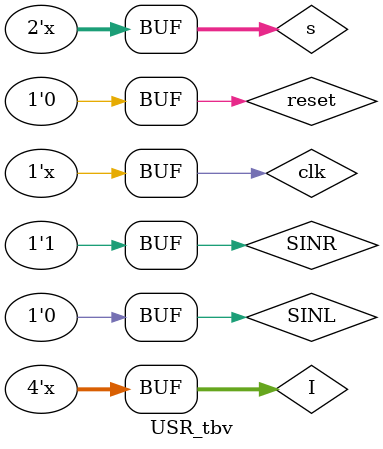
<source format=v>
`timescale 1ns / 1ps


module USR_tbv;

	// Inputs
	reg [3:0] I;
	reg clk;
	reg reset;
	reg [1:0] s;
	reg SINR;
	reg SINL;

	// Outputs
	wire [3:0] O;

	// Instantiate the Unit Under Test (UUT)
	USR uut (
		.I(I), 
		.O(O), 
		.clk(clk), 
		.reset(reset), 
		.s(s), 
		.SINR(SINR), 
		.SINL(SINL)
	);

	initial begin
		// Initialize Inputs
		I = 0;
		clk = 1'b0;
		reset = 1'b0;
		s = 2'b00;
		SINR = 1'b1;
		SINL = 1'b0;

		// Wait 100 ns for global reset to finish
		#10;
		end
	
		always #2 clk=~clk;
		always #4 s[1]=~s[1];
		always #8 s[0]=~s[0];
		always #16 I[0]=~I[0];
		always #32 I[1]=~I[1];
	   always #64 I[2]=~I[2];
      always #128 I[3]=~I[3];		
		
        
		// Add stimulus here

	
      
endmodule


</source>
